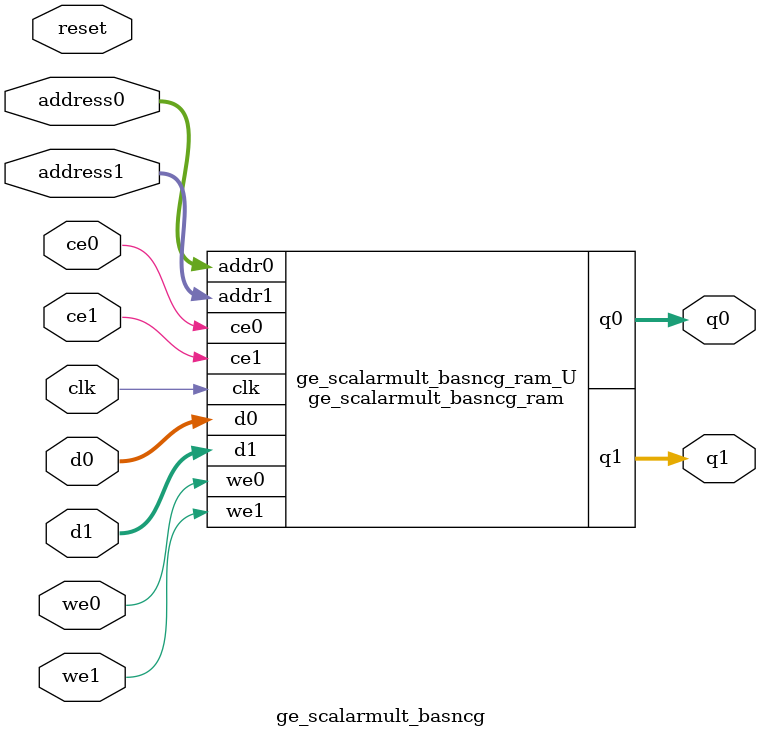
<source format=v>

`timescale 1 ns / 1 ps
module ge_scalarmult_basncg_ram (addr0, ce0, d0, we0, q0, addr1, ce1, d1, we1, q1,  clk);

parameter DWIDTH = 8;
parameter AWIDTH = 6;
parameter MEM_SIZE = 64;

input[AWIDTH-1:0] addr0;
input ce0;
input[DWIDTH-1:0] d0;
input we0;
output reg[DWIDTH-1:0] q0;
input[AWIDTH-1:0] addr1;
input ce1;
input[DWIDTH-1:0] d1;
input we1;
output reg[DWIDTH-1:0] q1;
input clk;

(* ram_style = "block" *)reg [DWIDTH-1:0] ram[0:MEM_SIZE-1];




always @(posedge clk)  
begin 
    if (ce0) 
    begin
        if (we0) 
        begin 
            ram[addr0] <= d0; 
            q0 <= d0;
        end 
        else 
            q0 <= ram[addr0];
    end
end


always @(posedge clk)  
begin 
    if (ce1) 
    begin
        if (we1) 
        begin 
            ram[addr1] <= d1; 
            q1 <= d1;
        end 
        else 
            q1 <= ram[addr1];
    end
end


endmodule


`timescale 1 ns / 1 ps
module ge_scalarmult_basncg(
    reset,
    clk,
    address0,
    ce0,
    we0,
    d0,
    q0,
    address1,
    ce1,
    we1,
    d1,
    q1);

parameter DataWidth = 32'd8;
parameter AddressRange = 32'd64;
parameter AddressWidth = 32'd6;
input reset;
input clk;
input[AddressWidth - 1:0] address0;
input ce0;
input we0;
input[DataWidth - 1:0] d0;
output[DataWidth - 1:0] q0;
input[AddressWidth - 1:0] address1;
input ce1;
input we1;
input[DataWidth - 1:0] d1;
output[DataWidth - 1:0] q1;



ge_scalarmult_basncg_ram ge_scalarmult_basncg_ram_U(
    .clk( clk ),
    .addr0( address0 ),
    .ce0( ce0 ),
    .d0( d0 ),
    .we0( we0 ),
    .q0( q0 ),
    .addr1( address1 ),
    .ce1( ce1 ),
    .d1( d1 ),
    .we1( we1 ),
    .q1( q1 ));

endmodule


</source>
